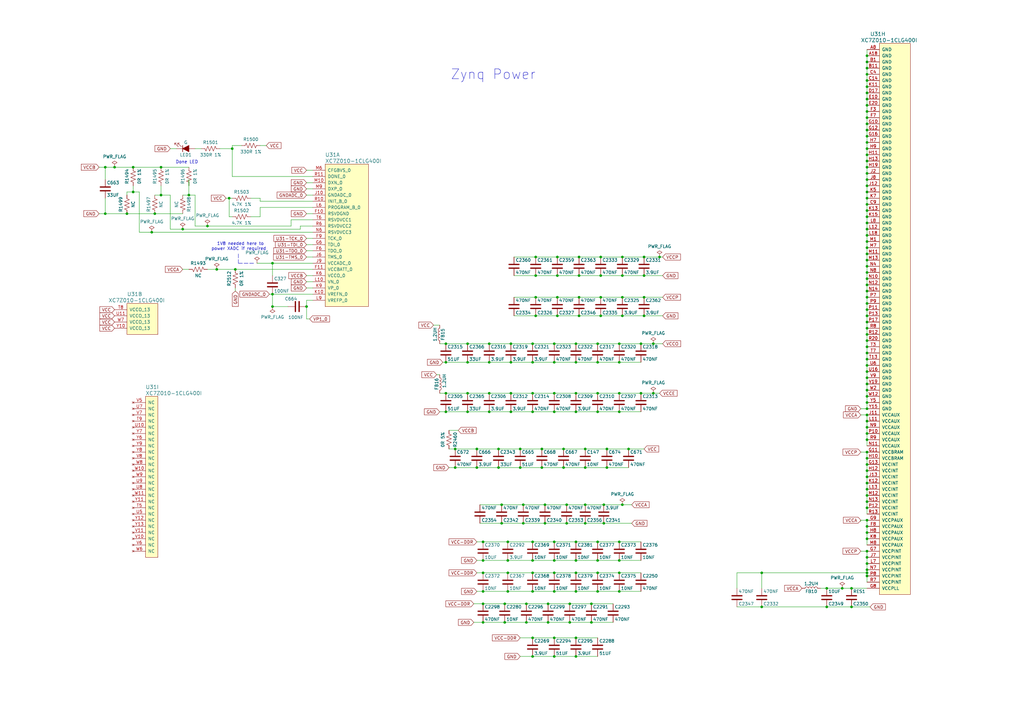
<source format=kicad_sch>
(kicad_sch (version 20210126) (generator eeschema)
  (paper "A3")
  (title_block (title "EBAZ4205 Schematic rebuild.") (date "2021-02-15") (rev "V004") (comment 1 "Some schematic symbols have been eeditted to clear DRC errors") (comment 2 "Extra PWR_FLAGS have been added to clear DRC errors") (comment 3 "Kicad does not allow refs like RxxxA some some devices have been renumbered"))
  (junction (at 43.18 68.58) (diameter 0.9144))
  (junction (at 43.18 87.63) (diameter 0.9144))
  (junction (at 46.99 68.58) (diameter 0.9144))
  (junction (at 52.07 87.63) (diameter 0.9144))
  (junction (at 54.61 68.58) (diameter 0.9144))
  (junction (at 54.61 78.74) (diameter 0.9144))
  (junction (at 62.23 95.25) (diameter 0.9144))
  (junction (at 63.5 87.63) (diameter 0.9144))
  (junction (at 66.04 68.58) (diameter 0.9144))
  (junction (at 66.04 80.01) (diameter 0.9144))
  (junction (at 74.93 93.98) (diameter 0.9144))
  (junction (at 77.47 80.01) (diameter 0.9144))
  (junction (at 85.09 92.71) (diameter 0.9144))
  (junction (at 88.9 110.49) (diameter 0.9144))
  (junction (at 93.98 81.28) (diameter 0.9144))
  (junction (at 95.25 60.96) (diameter 0.9144))
  (junction (at 96.52 110.49) (diameter 0.9144))
  (junction (at 111.76 107.95) (diameter 0.9144))
  (junction (at 111.76 120.65) (diameter 0.9144))
  (junction (at 111.76 125.73) (diameter 0.9144))
  (junction (at 125.73 125.73) (diameter 0.9144))
  (junction (at 182.88 140.97) (diameter 0.9144))
  (junction (at 182.88 148.59) (diameter 0.9144))
  (junction (at 182.88 161.29) (diameter 0.9144))
  (junction (at 182.88 168.91) (diameter 0.9144))
  (junction (at 186.69 184.15) (diameter 0.9144))
  (junction (at 186.69 191.77) (diameter 0.9144))
  (junction (at 191.77 140.97) (diameter 0.9144))
  (junction (at 191.77 148.59) (diameter 0.9144))
  (junction (at 191.77 161.29) (diameter 0.9144))
  (junction (at 191.77 168.91) (diameter 0.9144))
  (junction (at 195.58 184.15) (diameter 0.9144))
  (junction (at 195.58 191.77) (diameter 0.9144))
  (junction (at 198.12 222.25) (diameter 0.9144))
  (junction (at 198.12 229.87) (diameter 0.9144))
  (junction (at 198.12 234.95) (diameter 0.9144))
  (junction (at 198.12 242.57) (diameter 0.9144))
  (junction (at 198.12 247.65) (diameter 0.9144))
  (junction (at 198.12 255.27) (diameter 0.9144))
  (junction (at 200.66 140.97) (diameter 0.9144))
  (junction (at 200.66 148.59) (diameter 0.9144))
  (junction (at 200.66 161.29) (diameter 0.9144))
  (junction (at 200.66 168.91) (diameter 0.9144))
  (junction (at 204.47 184.15) (diameter 0.9144))
  (junction (at 204.47 191.77) (diameter 0.9144))
  (junction (at 205.74 207.01) (diameter 0.9144))
  (junction (at 205.74 214.63) (diameter 0.9144))
  (junction (at 207.01 247.65) (diameter 0.9144))
  (junction (at 207.01 255.27) (diameter 0.9144))
  (junction (at 208.28 222.25) (diameter 0.9144))
  (junction (at 208.28 229.87) (diameter 0.9144))
  (junction (at 208.28 234.95) (diameter 0.9144))
  (junction (at 208.28 242.57) (diameter 0.9144))
  (junction (at 209.55 140.97) (diameter 0.9144))
  (junction (at 209.55 148.59) (diameter 0.9144))
  (junction (at 209.55 161.29) (diameter 0.9144))
  (junction (at 209.55 168.91) (diameter 0.9144))
  (junction (at 213.36 184.15) (diameter 0.9144))
  (junction (at 213.36 191.77) (diameter 0.9144))
  (junction (at 214.63 207.01) (diameter 0.9144))
  (junction (at 214.63 214.63) (diameter 0.9144))
  (junction (at 215.9 247.65) (diameter 0.9144))
  (junction (at 215.9 255.27) (diameter 0.9144))
  (junction (at 218.44 140.97) (diameter 0.9144))
  (junction (at 218.44 148.59) (diameter 0.9144))
  (junction (at 218.44 161.29) (diameter 0.9144))
  (junction (at 218.44 168.91) (diameter 0.9144))
  (junction (at 218.44 222.25) (diameter 0.9144))
  (junction (at 218.44 229.87) (diameter 0.9144))
  (junction (at 218.44 234.95) (diameter 0.9144))
  (junction (at 218.44 242.57) (diameter 0.9144))
  (junction (at 218.44 261.62) (diameter 0.9144))
  (junction (at 218.44 269.24) (diameter 0.9144))
  (junction (at 219.71 105.41) (diameter 0.9144))
  (junction (at 219.71 113.03) (diameter 0.9144))
  (junction (at 219.71 121.92) (diameter 0.9144))
  (junction (at 219.71 129.54) (diameter 0.9144))
  (junction (at 222.25 184.15) (diameter 0.9144))
  (junction (at 222.25 191.77) (diameter 0.9144))
  (junction (at 223.52 207.01) (diameter 0.9144))
  (junction (at 223.52 214.63) (diameter 0.9144))
  (junction (at 224.79 247.65) (diameter 0.9144))
  (junction (at 224.79 255.27) (diameter 0.9144))
  (junction (at 227.33 140.97) (diameter 0.9144))
  (junction (at 227.33 148.59) (diameter 0.9144))
  (junction (at 227.33 161.29) (diameter 0.9144))
  (junction (at 227.33 168.91) (diameter 0.9144))
  (junction (at 227.33 222.25) (diameter 0.9144))
  (junction (at 227.33 229.87) (diameter 0.9144))
  (junction (at 227.33 234.95) (diameter 0.9144))
  (junction (at 227.33 242.57) (diameter 0.9144))
  (junction (at 227.33 261.62) (diameter 0.9144))
  (junction (at 227.33 269.24) (diameter 0.9144))
  (junction (at 228.6 105.41) (diameter 0.9144))
  (junction (at 228.6 113.03) (diameter 0.9144))
  (junction (at 228.6 121.92) (diameter 0.9144))
  (junction (at 228.6 129.54) (diameter 0.9144))
  (junction (at 231.14 184.15) (diameter 0.9144))
  (junction (at 231.14 191.77) (diameter 0.9144))
  (junction (at 232.41 207.01) (diameter 0.9144))
  (junction (at 232.41 214.63) (diameter 0.9144))
  (junction (at 233.68 247.65) (diameter 0.9144))
  (junction (at 233.68 255.27) (diameter 0.9144))
  (junction (at 236.22 140.97) (diameter 0.9144))
  (junction (at 236.22 148.59) (diameter 0.9144))
  (junction (at 236.22 161.29) (diameter 0.9144))
  (junction (at 236.22 168.91) (diameter 0.9144))
  (junction (at 236.22 222.25) (diameter 0.9144))
  (junction (at 236.22 229.87) (diameter 0.9144))
  (junction (at 236.22 234.95) (diameter 0.9144))
  (junction (at 236.22 242.57) (diameter 0.9144))
  (junction (at 236.22 261.62) (diameter 0.9144))
  (junction (at 236.22 269.24) (diameter 0.9144))
  (junction (at 237.49 105.41) (diameter 0.9144))
  (junction (at 237.49 113.03) (diameter 0.9144))
  (junction (at 237.49 121.92) (diameter 0.9144))
  (junction (at 237.49 129.54) (diameter 0.9144))
  (junction (at 240.03 184.15) (diameter 0.9144))
  (junction (at 240.03 191.77) (diameter 0.9144))
  (junction (at 240.03 207.01) (diameter 0.9144))
  (junction (at 240.03 214.63) (diameter 0.9144))
  (junction (at 242.57 247.65) (diameter 0.9144))
  (junction (at 242.57 255.27) (diameter 0.9144))
  (junction (at 245.11 140.97) (diameter 0.9144))
  (junction (at 245.11 148.59) (diameter 0.9144))
  (junction (at 245.11 161.29) (diameter 0.9144))
  (junction (at 245.11 168.91) (diameter 0.9144))
  (junction (at 245.11 222.25) (diameter 0.9144))
  (junction (at 245.11 229.87) (diameter 0.9144))
  (junction (at 245.11 234.95) (diameter 0.9144))
  (junction (at 245.11 242.57) (diameter 0.9144))
  (junction (at 246.38 105.41) (diameter 0.9144))
  (junction (at 246.38 113.03) (diameter 0.9144))
  (junction (at 246.38 121.92) (diameter 0.9144))
  (junction (at 246.38 129.54) (diameter 0.9144))
  (junction (at 247.65 207.01) (diameter 0.9144))
  (junction (at 247.65 214.63) (diameter 0.9144))
  (junction (at 248.92 184.15) (diameter 0.9144))
  (junction (at 248.92 191.77) (diameter 0.9144))
  (junction (at 254 140.97) (diameter 0.9144))
  (junction (at 254 148.59) (diameter 0.9144))
  (junction (at 254 161.29) (diameter 0.9144))
  (junction (at 254 168.91) (diameter 0.9144))
  (junction (at 254 222.25) (diameter 0.9144))
  (junction (at 254 229.87) (diameter 0.9144))
  (junction (at 254 234.95) (diameter 0.9144))
  (junction (at 254 242.57) (diameter 0.9144))
  (junction (at 255.27 105.41) (diameter 0.9144))
  (junction (at 255.27 113.03) (diameter 0.9144))
  (junction (at 255.27 121.92) (diameter 0.9144))
  (junction (at 255.27 129.54) (diameter 0.9144))
  (junction (at 255.27 207.01) (diameter 0.9144))
  (junction (at 257.81 184.15) (diameter 0.9144))
  (junction (at 262.89 140.97) (diameter 0.9144))
  (junction (at 262.89 161.29) (diameter 0.9144))
  (junction (at 264.16 105.41) (diameter 0.9144))
  (junction (at 264.16 113.03) (diameter 0.9144))
  (junction (at 264.16 121.92) (diameter 0.9144))
  (junction (at 264.16 129.54) (diameter 0.9144))
  (junction (at 267.97 140.97) (diameter 0.9144))
  (junction (at 267.97 161.29) (diameter 0.9144))
  (junction (at 270.51 105.41) (diameter 0.9144))
  (junction (at 312.42 234.95) (diameter 0.9144))
  (junction (at 312.42 248.92) (diameter 0.9144))
  (junction (at 339.09 241.3) (diameter 0.9144))
  (junction (at 339.09 248.92) (diameter 0.9144))
  (junction (at 345.44 241.3) (diameter 0.9144))
  (junction (at 349.25 241.3) (diameter 0.9144))
  (junction (at 349.25 248.92) (diameter 0.9144))
  (junction (at 355.6 22.86) (diameter 0.9144))
  (junction (at 355.6 25.4) (diameter 0.9144))
  (junction (at 355.6 27.94) (diameter 0.9144))
  (junction (at 355.6 30.48) (diameter 0.9144))
  (junction (at 355.6 33.02) (diameter 0.9144))
  (junction (at 355.6 35.56) (diameter 0.9144))
  (junction (at 355.6 38.1) (diameter 0.9144))
  (junction (at 355.6 40.64) (diameter 0.9144))
  (junction (at 355.6 43.18) (diameter 0.9144))
  (junction (at 355.6 45.72) (diameter 0.9144))
  (junction (at 355.6 48.26) (diameter 0.9144))
  (junction (at 355.6 50.8) (diameter 0.9144))
  (junction (at 355.6 53.34) (diameter 0.9144))
  (junction (at 355.6 55.88) (diameter 0.9144))
  (junction (at 355.6 58.42) (diameter 0.9144))
  (junction (at 355.6 60.96) (diameter 0.9144))
  (junction (at 355.6 63.5) (diameter 0.9144))
  (junction (at 355.6 66.04) (diameter 0.9144))
  (junction (at 355.6 68.58) (diameter 0.9144))
  (junction (at 355.6 71.12) (diameter 0.9144))
  (junction (at 355.6 73.66) (diameter 0.9144))
  (junction (at 355.6 76.2) (diameter 0.9144))
  (junction (at 355.6 78.74) (diameter 0.9144))
  (junction (at 355.6 81.28) (diameter 0.9144))
  (junction (at 355.6 83.82) (diameter 0.9144))
  (junction (at 355.6 86.36) (diameter 0.9144))
  (junction (at 355.6 88.9) (diameter 0.9144))
  (junction (at 355.6 91.44) (diameter 0.9144))
  (junction (at 355.6 93.98) (diameter 0.9144))
  (junction (at 355.6 96.52) (diameter 0.9144))
  (junction (at 355.6 99.06) (diameter 0.9144))
  (junction (at 355.6 101.6) (diameter 0.9144))
  (junction (at 355.6 104.14) (diameter 0.9144))
  (junction (at 355.6 106.68) (diameter 0.9144))
  (junction (at 355.6 109.22) (diameter 0.9144))
  (junction (at 355.6 111.76) (diameter 0.9144))
  (junction (at 355.6 114.3) (diameter 0.9144))
  (junction (at 355.6 116.84) (diameter 0.9144))
  (junction (at 355.6 119.38) (diameter 0.9144))
  (junction (at 355.6 121.92) (diameter 0.9144))
  (junction (at 355.6 124.46) (diameter 0.9144))
  (junction (at 355.6 127) (diameter 0.9144))
  (junction (at 355.6 129.54) (diameter 0.9144))
  (junction (at 355.6 132.08) (diameter 0.9144))
  (junction (at 355.6 134.62) (diameter 0.9144))
  (junction (at 355.6 137.16) (diameter 0.9144))
  (junction (at 355.6 139.7) (diameter 0.9144))
  (junction (at 355.6 142.24) (diameter 0.9144))
  (junction (at 355.6 144.78) (diameter 0.9144))
  (junction (at 355.6 147.32) (diameter 0.9144))
  (junction (at 355.6 149.86) (diameter 0.9144))
  (junction (at 355.6 152.4) (diameter 0.9144))
  (junction (at 355.6 154.94) (diameter 0.9144))
  (junction (at 355.6 157.48) (diameter 0.9144))
  (junction (at 355.6 160.02) (diameter 0.9144))
  (junction (at 355.6 162.56) (diameter 0.9144))
  (junction (at 355.6 165.1) (diameter 0.9144))
  (junction (at 355.6 167.64) (diameter 0.9144))
  (junction (at 355.6 170.18) (diameter 0.9144))
  (junction (at 355.6 172.72) (diameter 0.9144))
  (junction (at 355.6 175.26) (diameter 0.9144))
  (junction (at 355.6 177.8) (diameter 0.9144))
  (junction (at 355.6 180.34) (diameter 0.9144))
  (junction (at 355.6 185.42) (diameter 0.9144))
  (junction (at 355.6 187.96) (diameter 0.9144))
  (junction (at 355.6 190.5) (diameter 0.9144))
  (junction (at 355.6 193.04) (diameter 0.9144))
  (junction (at 355.6 195.58) (diameter 0.9144))
  (junction (at 355.6 198.12) (diameter 0.9144))
  (junction (at 355.6 200.66) (diameter 0.9144))
  (junction (at 355.6 203.2) (diameter 0.9144))
  (junction (at 355.6 205.74) (diameter 0.9144))
  (junction (at 355.6 208.28) (diameter 0.9144))
  (junction (at 355.6 213.36) (diameter 0.9144))
  (junction (at 355.6 215.9) (diameter 0.9144))
  (junction (at 355.6 218.44) (diameter 0.9144))
  (junction (at 355.6 220.98) (diameter 0.9144))
  (junction (at 355.6 226.06) (diameter 0.9144))
  (junction (at 355.6 228.6) (diameter 0.9144))
  (junction (at 355.6 231.14) (diameter 0.9144))
  (junction (at 355.6 233.68) (diameter 0.9144))
  (junction (at 355.6 234.95) (diameter 0.9144))
  (junction (at 355.6 236.22) (diameter 0.9144))
  (wire (pts (xy 40.64 68.58) (xy 43.18 68.58)))
  (wire (pts (xy 40.64 87.63) (xy 43.18 87.63)))
  (wire (pts (xy 43.18 68.58) (xy 43.18 73.66)))
  (wire (pts (xy 43.18 68.58) (xy 46.99 68.58)))
  (wire (pts (xy 43.18 81.28) (xy 43.18 87.63)))
  (wire (pts (xy 43.18 87.63) (xy 52.07 87.63)))
  (wire (pts (xy 46.99 68.58) (xy 54.61 68.58)))
  (wire (pts (xy 52.07 78.74) (xy 52.07 80.01)))
  (wire (pts (xy 52.07 78.74) (xy 54.61 78.74)))
  (wire (pts (xy 54.61 68.58) (xy 66.04 68.58)))
  (wire (pts (xy 54.61 76.2) (xy 54.61 78.74)))
  (wire (pts (xy 54.61 78.74) (xy 57.15 78.74)))
  (wire (pts (xy 57.15 95.25) (xy 57.15 78.74)))
  (wire (pts (xy 57.15 95.25) (xy 62.23 95.25)))
  (wire (pts (xy 62.23 95.25) (xy 128.27 95.25)))
  (wire (pts (xy 63.5 80.01) (xy 66.04 80.01)))
  (wire (pts (xy 63.5 87.63) (xy 52.07 87.63)))
  (wire (pts (xy 63.5 87.63) (xy 74.96 87.63)))
  (wire (pts (xy 66.04 68.58) (xy 77.5 68.58)))
  (wire (pts (xy 66.04 76.2) (xy 66.04 80.01)))
  (wire (pts (xy 66.04 80.01) (xy 69.85 80.01)))
  (wire (pts (xy 69.85 60.96) (xy 72.39 60.96)))
  (wire (pts (xy 69.85 93.98) (xy 69.85 80.01)))
  (wire (pts (xy 74.93 93.98) (xy 69.85 93.98)))
  (wire (pts (xy 74.93 110.49) (xy 77.47 110.49)))
  (wire (pts (xy 77.47 73.66) (xy 77.5 76.2)))
  (wire (pts (xy 77.47 80.01) (xy 74.96 80.01)))
  (wire (pts (xy 77.47 80.01) (xy 77.47 73.66)))
  (wire (pts (xy 80.01 60.96) (xy 82.55 60.96)))
  (wire (pts (xy 80.01 80.01) (xy 77.47 80.01)))
  (wire (pts (xy 80.01 92.71) (xy 80.01 80.01)))
  (wire (pts (xy 85.09 92.71) (xy 80.01 92.71)))
  (wire (pts (xy 88.9 110.49) (xy 85.09 110.49)))
  (wire (pts (xy 90.17 60.96) (xy 95.25 60.96)))
  (wire (pts (xy 92.71 81.28) (xy 93.98 81.28)))
  (wire (pts (xy 93.98 81.28) (xy 93.98 88.9)))
  (wire (pts (xy 93.98 81.28) (xy 95.25 81.28)))
  (wire (pts (xy 93.98 88.9) (xy 95.25 88.9)))
  (wire (pts (xy 95.25 59.69) (xy 95.25 60.96)))
  (wire (pts (xy 95.25 59.69) (xy 99.06 59.69)))
  (wire (pts (xy 95.25 60.96) (xy 95.25 72.39)))
  (wire (pts (xy 95.25 72.39) (xy 128.27 72.39)))
  (wire (pts (xy 96.52 110.49) (xy 88.9 110.49)))
  (wire (pts (xy 96.52 110.49) (xy 128.27 110.49)))
  (wire (pts (xy 96.52 118.11) (xy 96.52 119.38)))
  (wire (pts (xy 102.87 81.28) (xy 106.68 81.28)))
  (wire (pts (xy 102.87 88.9) (xy 106.68 88.9)))
  (wire (pts (xy 105.41 107.95) (xy 111.76 107.95)))
  (wire (pts (xy 106.68 59.69) (xy 109.22 59.69)))
  (wire (pts (xy 106.68 82.55) (xy 106.68 81.28)))
  (wire (pts (xy 106.68 82.55) (xy 128.27 82.55)))
  (wire (pts (xy 106.68 85.09) (xy 106.68 88.9)))
  (wire (pts (xy 106.68 85.09) (xy 128.27 85.09)))
  (wire (pts (xy 110.49 120.65) (xy 111.76 120.65)))
  (wire (pts (xy 111.76 107.95) (xy 128.27 107.95)))
  (wire (pts (xy 111.76 113.03) (xy 111.76 107.95)))
  (wire (pts (xy 111.76 120.65) (xy 128.27 120.65)))
  (wire (pts (xy 111.76 125.73) (xy 111.76 120.65)))
  (wire (pts (xy 111.76 125.73) (xy 118.11 125.73)))
  (wire (pts (xy 119.38 90.17) (xy 119.38 92.71)))
  (wire (pts (xy 119.38 90.17) (xy 128.27 90.17)))
  (wire (pts (xy 119.38 92.71) (xy 85.09 92.71)))
  (wire (pts (xy 123.19 92.71) (xy 123.19 93.98)))
  (wire (pts (xy 123.19 92.71) (xy 128.27 92.71)))
  (wire (pts (xy 123.19 93.98) (xy 74.93 93.98)))
  (wire (pts (xy 125.73 69.85) (xy 128.27 69.85)))
  (wire (pts (xy 125.73 74.93) (xy 128.27 74.93)))
  (wire (pts (xy 125.73 77.47) (xy 128.27 77.47)))
  (wire (pts (xy 125.73 80.01) (xy 128.27 80.01)))
  (wire (pts (xy 125.73 87.63) (xy 128.27 87.63)))
  (wire (pts (xy 125.73 97.79) (xy 128.27 97.79)))
  (wire (pts (xy 125.73 100.33) (xy 128.27 100.33)))
  (wire (pts (xy 125.73 102.87) (xy 128.27 102.87)))
  (wire (pts (xy 125.73 105.41) (xy 128.27 105.41)))
  (wire (pts (xy 125.73 113.03) (xy 128.27 113.03)))
  (wire (pts (xy 125.73 115.57) (xy 128.27 115.57)))
  (wire (pts (xy 125.73 118.11) (xy 128.27 118.11)))
  (wire (pts (xy 125.73 123.19) (xy 125.73 125.73)))
  (wire (pts (xy 125.73 123.19) (xy 128.27 123.19)))
  (wire (pts (xy 125.73 125.73) (xy 125.73 130.81)))
  (wire (pts (xy 127 130.81) (xy 125.73 130.81)))
  (wire (pts (xy 177.8 133.35) (xy 180.34 133.35)))
  (wire (pts (xy 179.07 153.67) (xy 180.34 153.67)))
  (wire (pts (xy 180.34 140.97) (xy 182.88 140.97)))
  (wire (pts (xy 180.34 161.29) (xy 182.88 161.29)))
  (wire (pts (xy 180.34 168.91) (xy 182.88 168.91)))
  (wire (pts (xy 181.61 148.59) (xy 182.88 148.59)))
  (wire (pts (xy 182.88 148.59) (xy 191.77 148.59)))
  (wire (pts (xy 182.88 168.91) (xy 191.77 168.91)))
  (wire (pts (xy 184.15 184.15) (xy 186.69 184.15)))
  (wire (pts (xy 184.15 191.77) (xy 186.69 191.77)))
  (wire (pts (xy 186.69 184.15) (xy 195.58 184.15)))
  (wire (pts (xy 187.96 176.53) (xy 184.15 176.53)))
  (wire (pts (xy 191.77 140.97) (xy 182.88 140.97)))
  (wire (pts (xy 191.77 161.29) (xy 182.88 161.29)))
  (wire (pts (xy 191.77 168.91) (xy 200.66 168.91)))
  (wire (pts (xy 194.31 247.65) (xy 198.12 247.65)))
  (wire (pts (xy 194.31 255.27) (xy 198.12 255.27)))
  (wire (pts (xy 195.58 184.15) (xy 204.47 184.15)))
  (wire (pts (xy 195.58 191.77) (xy 186.69 191.77)))
  (wire (pts (xy 195.58 191.77) (xy 204.47 191.77)))
  (wire (pts (xy 195.58 222.25) (xy 198.12 222.25)))
  (wire (pts (xy 195.58 229.87) (xy 198.12 229.87)))
  (wire (pts (xy 195.58 234.95) (xy 198.12 234.95)))
  (wire (pts (xy 195.58 242.57) (xy 198.12 242.57)))
  (wire (pts (xy 196.85 207.01) (xy 205.74 207.01)))
  (wire (pts (xy 196.85 214.63) (xy 205.74 214.63)))
  (wire (pts (xy 198.12 255.27) (xy 207.01 255.27)))
  (wire (pts (xy 200.66 140.97) (xy 191.77 140.97)))
  (wire (pts (xy 200.66 140.97) (xy 209.55 140.97)))
  (wire (pts (xy 200.66 148.59) (xy 191.77 148.59)))
  (wire (pts (xy 200.66 161.29) (xy 191.77 161.29)))
  (wire (pts (xy 204.47 184.15) (xy 213.36 184.15)))
  (wire (pts (xy 204.47 191.77) (xy 213.36 191.77)))
  (wire (pts (xy 205.74 214.63) (xy 214.63 214.63)))
  (wire (pts (xy 207.01 247.65) (xy 198.12 247.65)))
  (wire (pts (xy 208.28 222.25) (xy 198.12 222.25)))
  (wire (pts (xy 208.28 229.87) (xy 198.12 229.87)))
  (wire (pts (xy 208.28 234.95) (xy 198.12 234.95)))
  (wire (pts (xy 208.28 242.57) (xy 198.12 242.57)))
  (wire (pts (xy 208.28 242.57) (xy 218.44 242.57)))
  (wire (pts (xy 209.55 148.59) (xy 200.66 148.59)))
  (wire (pts (xy 209.55 161.29) (xy 200.66 161.29)))
  (wire (pts (xy 209.55 168.91) (xy 200.66 168.91)))
  (wire (pts (xy 210.82 105.41) (xy 219.71 105.41)))
  (wire (pts (xy 210.82 113.03) (xy 219.71 113.03)))
  (wire (pts (xy 210.82 121.92) (xy 219.71 121.92)))
  (wire (pts (xy 210.82 129.54) (xy 219.71 129.54)))
  (wire (pts (xy 213.36 261.62) (xy 218.44 261.62)))
  (wire (pts (xy 213.36 269.24) (xy 218.44 269.24)))
  (wire (pts (xy 214.63 207.01) (xy 205.74 207.01)))
  (wire (pts (xy 215.9 247.65) (xy 207.01 247.65)))
  (wire (pts (xy 215.9 255.27) (xy 207.01 255.27)))
  (wire (pts (xy 218.44 140.97) (xy 209.55 140.97)))
  (wire (pts (xy 218.44 148.59) (xy 209.55 148.59)))
  (wire (pts (xy 218.44 161.29) (xy 209.55 161.29)))
  (wire (pts (xy 218.44 168.91) (xy 209.55 168.91)))
  (wire (pts (xy 218.44 222.25) (xy 208.28 222.25)))
  (wire (pts (xy 218.44 229.87) (xy 208.28 229.87)))
  (wire (pts (xy 218.44 229.87) (xy 227.33 229.87)))
  (wire (pts (xy 218.44 234.95) (xy 208.28 234.95)))
  (wire (pts (xy 218.44 269.24) (xy 227.33 269.24)))
  (wire (pts (xy 222.25 184.15) (xy 213.36 184.15)))
  (wire (pts (xy 222.25 191.77) (xy 213.36 191.77)))
  (wire (pts (xy 223.52 207.01) (xy 214.63 207.01)))
  (wire (pts (xy 223.52 214.63) (xy 214.63 214.63)))
  (wire (pts (xy 223.52 214.63) (xy 232.41 214.63)))
  (wire (pts (xy 224.79 247.65) (xy 215.9 247.65)))
  (wire (pts (xy 224.79 255.27) (xy 215.9 255.27)))
  (wire (pts (xy 227.33 140.97) (xy 218.44 140.97)))
  (wire (pts (xy 227.33 140.97) (xy 236.22 140.97)))
  (wire (pts (xy 227.33 148.59) (xy 218.44 148.59)))
  (wire (pts (xy 227.33 148.59) (xy 236.22 148.59)))
  (wire (pts (xy 227.33 161.29) (xy 218.44 161.29)))
  (wire (pts (xy 227.33 168.91) (xy 218.44 168.91)))
  (wire (pts (xy 227.33 168.91) (xy 236.22 168.91)))
  (wire (pts (xy 227.33 222.25) (xy 218.44 222.25)))
  (wire (pts (xy 227.33 234.95) (xy 218.44 234.95)))
  (wire (pts (xy 227.33 242.57) (xy 218.44 242.57)))
  (wire (pts (xy 227.33 242.57) (xy 236.22 242.57)))
  (wire (pts (xy 227.33 261.62) (xy 218.44 261.62)))
  (wire (pts (xy 227.33 269.24) (xy 236.22 269.24)))
  (wire (pts (xy 228.6 105.41) (xy 219.71 105.41)))
  (wire (pts (xy 228.6 113.03) (xy 219.71 113.03)))
  (wire (pts (xy 228.6 121.92) (xy 219.71 121.92)))
  (wire (pts (xy 228.6 129.54) (xy 219.71 129.54)))
  (wire (pts (xy 228.6 129.54) (xy 237.49 129.54)))
  (wire (pts (xy 231.14 184.15) (xy 222.25 184.15)))
  (wire (pts (xy 231.14 184.15) (xy 240.03 184.15)))
  (wire (pts (xy 231.14 191.77) (xy 222.25 191.77)))
  (wire (pts (xy 232.41 207.01) (xy 223.52 207.01)))
  (wire (pts (xy 233.68 247.65) (xy 224.79 247.65)))
  (wire (pts (xy 233.68 255.27) (xy 224.79 255.27)))
  (wire (pts (xy 236.22 140.97) (xy 245.11 140.97)))
  (wire (pts (xy 236.22 148.59) (xy 245.11 148.59)))
  (wire (pts (xy 236.22 161.29) (xy 227.33 161.29)))
  (wire (pts (xy 236.22 168.91) (xy 245.11 168.91)))
  (wire (pts (xy 236.22 222.25) (xy 227.33 222.25)))
  (wire (pts (xy 236.22 229.87) (xy 227.33 229.87)))
  (wire (pts (xy 236.22 234.95) (xy 227.33 234.95)))
  (wire (pts (xy 236.22 242.57) (xy 245.11 242.57)))
  (wire (pts (xy 236.22 261.62) (xy 227.33 261.62)))
  (wire (pts (xy 236.22 261.62) (xy 245.11 261.62)))
  (wire (pts (xy 236.22 269.24) (xy 245.11 269.24)))
  (wire (pts (xy 237.49 105.41) (xy 228.6 105.41)))
  (wire (pts (xy 237.49 113.03) (xy 228.6 113.03)))
  (wire (pts (xy 237.49 121.92) (xy 228.6 121.92)))
  (wire (pts (xy 240.03 191.77) (xy 231.14 191.77)))
  (wire (pts (xy 240.03 207.01) (xy 232.41 207.01)))
  (wire (pts (xy 240.03 214.63) (xy 232.41 214.63)))
  (wire (pts (xy 242.57 247.65) (xy 233.68 247.65)))
  (wire (pts (xy 242.57 247.65) (xy 251.46 247.65)))
  (wire (pts (xy 242.57 255.27) (xy 233.68 255.27)))
  (wire (pts (xy 242.57 255.27) (xy 251.46 255.27)))
  (wire (pts (xy 245.11 161.29) (xy 236.22 161.29)))
  (wire (pts (xy 245.11 161.29) (xy 254 161.29)))
  (wire (pts (xy 245.11 168.91) (xy 254 168.91)))
  (wire (pts (xy 245.11 222.25) (xy 236.22 222.25)))
  (wire (pts (xy 245.11 229.87) (xy 236.22 229.87)))
  (wire (pts (xy 245.11 229.87) (xy 254 229.87)))
  (wire (pts (xy 245.11 234.95) (xy 236.22 234.95)))
  (wire (pts (xy 246.38 105.41) (xy 237.49 105.41)))
  (wire (pts (xy 246.38 113.03) (xy 237.49 113.03)))
  (wire (pts (xy 246.38 113.03) (xy 255.27 113.03)))
  (wire (pts (xy 246.38 121.92) (xy 237.49 121.92)))
  (wire (pts (xy 246.38 129.54) (xy 237.49 129.54)))
  (wire (pts (xy 247.65 207.01) (xy 240.03 207.01)))
  (wire (pts (xy 247.65 207.01) (xy 255.27 207.01)))
  (wire (pts (xy 247.65 214.63) (xy 240.03 214.63)))
  (wire (pts (xy 247.65 214.63) (xy 259.08 214.63)))
  (wire (pts (xy 248.92 184.15) (xy 240.03 184.15)))
  (wire (pts (xy 248.92 184.15) (xy 257.81 184.15)))
  (wire (pts (xy 248.92 191.77) (xy 240.03 191.77)))
  (wire (pts (xy 248.92 191.77) (xy 257.81 191.77)))
  (wire (pts (xy 254 140.97) (xy 245.11 140.97)))
  (wire (pts (xy 254 148.59) (xy 245.11 148.59)))
  (wire (pts (xy 254 148.59) (xy 262.89 148.59)))
  (wire (pts (xy 254 168.91) (xy 262.89 168.91)))
  (wire (pts (xy 254 222.25) (xy 245.11 222.25)))
  (wire (pts (xy 254 222.25) (xy 262.89 222.25)))
  (wire (pts (xy 254 229.87) (xy 262.89 229.87)))
  (wire (pts (xy 254 234.95) (xy 245.11 234.95)))
  (wire (pts (xy 254 234.95) (xy 262.89 234.95)))
  (wire (pts (xy 254 242.57) (xy 245.11 242.57)))
  (wire (pts (xy 254 242.57) (xy 262.89 242.57)))
  (wire (pts (xy 255.27 105.41) (xy 246.38 105.41)))
  (wire (pts (xy 255.27 105.41) (xy 264.16 105.41)))
  (wire (pts (xy 255.27 121.92) (xy 246.38 121.92)))
  (wire (pts (xy 255.27 129.54) (xy 246.38 129.54)))
  (wire (pts (xy 255.27 129.54) (xy 264.16 129.54)))
  (wire (pts (xy 255.27 207.01) (xy 259.08 207.01)))
  (wire (pts (xy 257.81 184.15) (xy 264.16 184.15)))
  (wire (pts (xy 262.89 140.97) (xy 254 140.97)))
  (wire (pts (xy 262.89 140.97) (xy 267.97 140.97)))
  (wire (pts (xy 262.89 161.29) (xy 254 161.29)))
  (wire (pts (xy 262.89 161.29) (xy 267.97 161.29)))
  (wire (pts (xy 264.16 105.41) (xy 270.51 105.41)))
  (wire (pts (xy 264.16 113.03) (xy 255.27 113.03)))
  (wire (pts (xy 264.16 113.03) (xy 271.78 113.03)))
  (wire (pts (xy 264.16 121.92) (xy 255.27 121.92)))
  (wire (pts (xy 264.16 121.92) (xy 271.78 121.92)))
  (wire (pts (xy 264.16 129.54) (xy 271.78 129.54)))
  (wire (pts (xy 267.97 140.97) (xy 271.78 140.97)))
  (wire (pts (xy 267.97 161.29) (xy 270.51 161.29)))
  (wire (pts (xy 270.51 105.41) (xy 271.78 105.41)))
  (wire (pts (xy 302.26 234.95) (xy 312.42 234.95)))
  (wire (pts (xy 302.26 241.3) (xy 302.26 234.95)))
  (wire (pts (xy 302.26 248.92) (xy 312.42 248.92)))
  (wire (pts (xy 312.42 234.95) (xy 355.6 234.95)))
  (wire (pts (xy 312.42 241.3) (xy 312.42 234.95)))
  (wire (pts (xy 336.55 241.3) (xy 339.09 241.3)))
  (wire (pts (xy 339.09 248.92) (xy 312.42 248.92)))
  (wire (pts (xy 339.09 248.92) (xy 349.25 248.92)))
  (wire (pts (xy 345.44 241.3) (xy 339.09 241.3)))
  (wire (pts (xy 345.44 241.3) (xy 349.25 241.3)))
  (wire (pts (xy 349.25 241.3) (xy 355.6 241.3)))
  (wire (pts (xy 349.25 248.92) (xy 356.87 248.92)))
  (wire (pts (xy 353.06 167.64) (xy 355.6 167.64)))
  (wire (pts (xy 353.06 170.18) (xy 355.6 170.18)))
  (wire (pts (xy 353.06 185.42) (xy 355.6 185.42)))
  (wire (pts (xy 353.06 213.36) (xy 355.6 213.36)))
  (wire (pts (xy 353.06 213.98) (xy 353.06 213.36)))
  (wire (pts (xy 353.06 226.06) (xy 355.6 226.06)))
  (wire (pts (xy 355.6 20.32) (xy 355.6 22.86)))
  (wire (pts (xy 355.6 25.4) (xy 355.6 22.86)))
  (wire (pts (xy 355.6 27.94) (xy 355.6 25.4)))
  (wire (pts (xy 355.6 30.48) (xy 355.6 27.94)))
  (wire (pts (xy 355.6 33.02) (xy 355.6 30.48)))
  (wire (pts (xy 355.6 33.02) (xy 355.6 35.56)))
  (wire (pts (xy 355.6 35.56) (xy 355.6 38.1)))
  (wire (pts (xy 355.6 38.1) (xy 355.6 40.64)))
  (wire (pts (xy 355.6 40.64) (xy 355.6 43.18)))
  (wire (pts (xy 355.6 43.18) (xy 355.6 45.72)))
  (wire (pts (xy 355.6 48.26) (xy 355.6 45.72)))
  (wire (pts (xy 355.6 48.26) (xy 355.6 50.8)))
  (wire (pts (xy 355.6 50.8) (xy 355.6 53.34)))
  (wire (pts (xy 355.6 53.34) (xy 355.6 55.88)))
  (wire (pts (xy 355.6 55.88) (xy 355.6 58.42)))
  (wire (pts (xy 355.6 60.96) (xy 355.6 58.42)))
  (wire (pts (xy 355.6 60.96) (xy 355.6 63.5)))
  (wire (pts (xy 355.6 66.04) (xy 355.6 63.5)))
  (wire (pts (xy 355.6 68.58) (xy 355.6 66.04)))
  (wire (pts (xy 355.6 68.58) (xy 355.6 71.12)))
  (wire (pts (xy 355.6 73.66) (xy 355.6 71.12)))
  (wire (pts (xy 355.6 73.66) (xy 355.6 76.2)))
  (wire (pts (xy 355.6 76.2) (xy 355.6 78.74)))
  (wire (pts (xy 355.6 78.74) (xy 355.6 81.28)))
  (wire (pts (xy 355.6 81.28) (xy 355.6 83.82)))
  (wire (pts (xy 355.6 83.82) (xy 355.6 86.36)))
  (wire (pts (xy 355.6 86.36) (xy 355.6 88.9)))
  (wire (pts (xy 355.6 88.9) (xy 355.6 91.44)))
  (wire (pts (xy 355.6 93.98) (xy 355.6 91.44)))
  (wire (pts (xy 355.6 93.98) (xy 355.6 96.52)))
  (wire (pts (xy 355.6 96.52) (xy 355.6 99.06)))
  (wire (pts (xy 355.6 99.06) (xy 355.6 101.6)))
  (wire (pts (xy 355.6 101.6) (xy 355.6 104.14)))
  (wire (pts (xy 355.6 104.14) (xy 355.6 106.68)))
  (wire (pts (xy 355.6 106.68) (xy 355.6 109.22)))
  (wire (pts (xy 355.6 109.22) (xy 355.6 111.76)))
  (wire (pts (xy 355.6 111.76) (xy 355.6 114.3)))
  (wire (pts (xy 355.6 114.3) (xy 355.6 116.84)))
  (wire (pts (xy 355.6 116.84) (xy 355.6 119.38)))
  (wire (pts (xy 355.6 119.38) (xy 355.6 121.92)))
  (wire (pts (xy 355.6 121.92) (xy 355.6 124.46)))
  (wire (pts (xy 355.6 124.46) (xy 355.6 127)))
  (wire (pts (xy 355.6 127) (xy 355.6 129.54)))
  (wire (pts (xy 355.6 129.54) (xy 355.6 132.08)))
  (wire (pts (xy 355.6 132.08) (xy 355.6 134.62)))
  (wire (pts (xy 355.6 134.62) (xy 355.6 137.16)))
  (wire (pts (xy 355.6 137.16) (xy 355.6 139.7)))
  (wire (pts (xy 355.6 139.7) (xy 355.6 142.24)))
  (wire (pts (xy 355.6 142.24) (xy 355.6 144.78)))
  (wire (pts (xy 355.6 144.78) (xy 355.6 147.32)))
  (wire (pts (xy 355.6 147.32) (xy 355.6 149.86)))
  (wire (pts (xy 355.6 149.86) (xy 355.6 152.4)))
  (wire (pts (xy 355.6 152.4) (xy 355.6 154.94)))
  (wire (pts (xy 355.6 154.94) (xy 355.6 157.48)))
  (wire (pts (xy 355.6 157.48) (xy 355.6 160.02)))
  (wire (pts (xy 355.6 160.02) (xy 355.6 162.56)))
  (wire (pts (xy 355.6 162.56) (xy 355.6 165.1)))
  (wire (pts (xy 355.6 165.1) (xy 355.6 167.64)))
  (wire (pts (xy 355.6 172.72) (xy 355.6 170.18)))
  (wire (pts (xy 355.6 172.72) (xy 355.6 175.26)))
  (wire (pts (xy 355.6 175.26) (xy 355.6 177.8)))
  (wire (pts (xy 355.6 177.8) (xy 355.6 180.34)))
  (wire (pts (xy 355.6 180.34) (xy 355.6 182.88)))
  (wire (pts (xy 355.6 187.96) (xy 355.6 185.42)))
  (wire (pts (xy 355.6 187.96) (xy 355.6 190.5)))
  (wire (pts (xy 355.6 190.5) (xy 355.6 193.04)))
  (wire (pts (xy 355.6 193.04) (xy 355.6 195.58)))
  (wire (pts (xy 355.6 195.58) (xy 355.6 198.12)))
  (wire (pts (xy 355.6 198.12) (xy 355.6 200.66)))
  (wire (pts (xy 355.6 200.66) (xy 355.6 203.2)))
  (wire (pts (xy 355.6 203.2) (xy 355.6 205.74)))
  (wire (pts (xy 355.6 205.74) (xy 355.6 208.28)))
  (wire (pts (xy 355.6 208.28) (xy 355.6 210.82)))
  (wire (pts (xy 355.6 215.9) (xy 355.6 213.36)))
  (wire (pts (xy 355.6 215.9) (xy 355.6 218.44)))
  (wire (pts (xy 355.6 218.44) (xy 355.6 220.98)))
  (wire (pts (xy 355.6 220.98) (xy 355.6 223.52)))
  (wire (pts (xy 355.6 228.6) (xy 355.6 226.06)))
  (wire (pts (xy 355.6 228.6) (xy 355.6 231.14)))
  (wire (pts (xy 355.6 231.14) (xy 355.6 233.68)))
  (wire (pts (xy 355.6 233.68) (xy 355.6 234.95)))
  (wire (pts (xy 355.6 234.95) (xy 355.6 236.22)))
  (wire (pts (xy 355.6 236.22) (xy 355.6 238.76)))
  (polyline (pts (xy 97.79 104.14) (xy 97.79 107.95)) (stroke (width 0) (type dash)))
  (polyline (pts (xy 97.79 107.95) (xy 104.14 107.95)) (stroke (width 0) (type dash)))
  (text "Done LED" (at 81.28 67.31 180) (effects (font (size 1.27 1.27)) (justify right bottom)))
  (text "1V8 needed here to \npower XADC if required" (at 109.22 102.87 180) (effects (font (size 1.27 1.27)) (justify right bottom)))
  (text "Zynq Power" (at 184.785 33.005 0) (effects (font (size 4 4)) (justify left bottom)))
  (global_label "VCCB" (shape input) (at 40.64 68.58 180) (property "Intersheet References" "${INTERSHEET_REFS}" (effects hide)))
  (global_label "GND" (shape input) (at 40.64 87.63 180) (property "Intersheet References" "${INTERSHEET_REFS}" (effects hide)))
  (global_label "VCC" (shape input) (at 46.99 127 180) (property "Intersheet References" "${INTERSHEET_REFS}" (effects hide)))
  (global_label "VCC" (shape input) (at 46.99 129.54 180) (property "Intersheet References" "${INTERSHEET_REFS}" (effects hide)))
  (global_label "VCC" (shape input) (at 46.99 132.08 180) (property "Intersheet References" "${INTERSHEET_REFS}" (effects hide)))
  (global_label "VCC" (shape input) (at 46.99 134.62 180) (property "Intersheet References" "${INTERSHEET_REFS}" (effects hide)))
  (global_label "GND" (shape input) (at 69.85 60.96 180) (property "Intersheet References" "${INTERSHEET_REFS}" (effects hide)))
  (global_label "VCCA" (shape input) (at 74.93 110.49 180) (property "Intersheet References" "${INTERSHEET_REFS}" (effects hide)))
  (global_label "VCC" (shape input) (at 92.71 81.28 180) (property "Intersheet References" "${INTERSHEET_REFS}" (effects hide)))
  (global_label "GND" (shape input) (at 96.52 119.38 270) (property "Intersheet References" "${INTERSHEET_REFS}" (effects hide)))
  (global_label "VCC" (shape input) (at 109.22 59.69 0) (property "Intersheet References" "${INTERSHEET_REFS}" (effects hide)))
  (global_label "GNDADC_0" (shape input) (at 110.49 120.65 180) (property "Intersheet References" "${INTERSHEET_REFS}" (effects hide)))
  (global_label "VCC" (shape input) (at 125.73 69.85 180) (property "Intersheet References" "${INTERSHEET_REFS}" (effects hide)))
  (global_label "GND" (shape input) (at 125.73 74.93 180) (property "Intersheet References" "${INTERSHEET_REFS}" (effects hide)))
  (global_label "GND" (shape input) (at 125.73 77.47 180) (property "Intersheet References" "${INTERSHEET_REFS}" (effects hide)))
  (global_label "GNDADC_0" (shape input) (at 125.73 80.01 180) (property "Intersheet References" "${INTERSHEET_REFS}" (effects hide)))
  (global_label "GND" (shape input) (at 125.73 87.63 180) (property "Intersheet References" "${INTERSHEET_REFS}" (effects hide)))
  (global_label "U31-TCK_0" (shape input) (at 125.73 97.79 180) (property "Intersheet References" "${INTERSHEET_REFS}" (effects hide)))
  (global_label "U31-TDI_0" (shape input) (at 125.73 100.33 180) (property "Intersheet References" "${INTERSHEET_REFS}" (effects hide)))
  (global_label "U31-TDO_0" (shape input) (at 125.73 102.87 180) (property "Intersheet References" "${INTERSHEET_REFS}" (effects hide)))
  (global_label "U31-TMS_0" (shape input) (at 125.73 105.41 180) (property "Intersheet References" "${INTERSHEET_REFS}" (effects hide)))
  (global_label "VCCB" (shape input) (at 125.73 113.03 180) (property "Intersheet References" "${INTERSHEET_REFS}" (effects hide)))
  (global_label "GND" (shape input) (at 125.73 115.57 180) (property "Intersheet References" "${INTERSHEET_REFS}" (effects hide)))
  (global_label "GND" (shape input) (at 125.73 118.11 180) (property "Intersheet References" "${INTERSHEET_REFS}" (effects hide)))
  (global_label "VP1_0" (shape input) (at 127 130.81 0) (property "Intersheet References" "${INTERSHEET_REFS}" (effects hide)))
  (global_label "VCC" (shape input) (at 177.8 133.35 180) (property "Intersheet References" "${INTERSHEET_REFS}" (effects hide)))
  (global_label "VCC" (shape input) (at 179.07 153.67 180) (property "Intersheet References" "${INTERSHEET_REFS}" (effects hide)))
  (global_label "GND" (shape input) (at 180.34 168.91 180) (property "Intersheet References" "${INTERSHEET_REFS}" (effects hide)))
  (global_label "GND" (shape input) (at 181.61 148.59 180) (property "Intersheet References" "${INTERSHEET_REFS}" (effects hide)))
  (global_label "GND" (shape input) (at 184.15 191.77 180) (property "Intersheet References" "${INTERSHEET_REFS}" (effects hide)))
  (global_label "VCCB" (shape input) (at 187.96 176.53 0) (property "Intersheet References" "${INTERSHEET_REFS}" (effects hide)))
  (global_label "VCC-DDR" (shape input) (at 194.31 247.65 180) (property "Intersheet References" "${INTERSHEET_REFS}" (effects hide)))
  (global_label "GND" (shape input) (at 194.31 255.27 180) (property "Intersheet References" "${INTERSHEET_REFS}" (effects hide)))
  (global_label "VCC-DDR" (shape input) (at 195.58 222.25 180) (property "Intersheet References" "${INTERSHEET_REFS}" (effects hide)))
  (global_label "GND" (shape input) (at 195.58 229.87 180) (property "Intersheet References" "${INTERSHEET_REFS}" (effects hide)))
  (global_label "VCC-DDR" (shape input) (at 195.58 234.95 180) (property "Intersheet References" "${INTERSHEET_REFS}" (effects hide)))
  (global_label "GND" (shape input) (at 195.58 242.57 180) (property "Intersheet References" "${INTERSHEET_REFS}" (effects hide)))
  (global_label "VCC-DDR" (shape input) (at 213.36 261.62 180) (property "Intersheet References" "${INTERSHEET_REFS}" (effects hide)))
  (global_label "GND" (shape input) (at 213.36 269.24 180) (property "Intersheet References" "${INTERSHEET_REFS}" (effects hide)))
  (global_label "VCCA" (shape input) (at 259.08 207.01 0) (property "Intersheet References" "${INTERSHEET_REFS}" (effects hide)))
  (global_label "GND" (shape input) (at 259.08 214.63 0) (property "Intersheet References" "${INTERSHEET_REFS}" (effects hide)))
  (global_label "VCC" (shape input) (at 264.16 184.15 0) (property "Intersheet References" "${INTERSHEET_REFS}" (effects hide)))
  (global_label "VCCE" (shape input) (at 270.51 161.29 0) (property "Intersheet References" "${INTERSHEET_REFS}" (effects hide)))
  (global_label "VCCP" (shape input) (at 271.78 105.41 0) (property "Intersheet References" "${INTERSHEET_REFS}" (effects hide)))
  (global_label "GND" (shape input) (at 271.78 113.03 0) (property "Intersheet References" "${INTERSHEET_REFS}" (effects hide)))
  (global_label "VCCP" (shape input) (at 271.78 121.92 0) (property "Intersheet References" "${INTERSHEET_REFS}" (effects hide)))
  (global_label "GND" (shape input) (at 271.78 129.54 0) (property "Intersheet References" "${INTERSHEET_REFS}" (effects hide)))
  (global_label "VCCO" (shape input) (at 271.78 140.97 0) (property "Intersheet References" "${INTERSHEET_REFS}" (effects hide)))
  (global_label "VCCA" (shape input) (at 328.93 241.3 180) (property "Intersheet References" "${INTERSHEET_REFS}" (effects hide)))
  (global_label "GND" (shape input) (at 353.06 167.64 180) (property "Intersheet References" "${INTERSHEET_REFS}" (effects hide)))
  (global_label "VCCA" (shape input) (at 353.06 170.18 180) (property "Intersheet References" "${INTERSHEET_REFS}" (effects hide)))
  (global_label "VCCP" (shape input) (at 353.06 185.42 180) (property "Intersheet References" "${INTERSHEET_REFS}" (effects hide)))
  (global_label "VCCA" (shape input) (at 353.06 213.36 180) (property "Intersheet References" "${INTERSHEET_REFS}" (effects hide)))
  (global_label "VCCP" (shape input) (at 353.06 226.06 180) (property "Intersheet References" "${INTERSHEET_REFS}" (effects hide)))
  (global_label "GND" (shape input) (at 356.87 248.92 0) (property "Intersheet References" "${INTERSHEET_REFS}" (effects hide)))
  (symbol (lib_id "power:PWR_FLAG") (at 46.99 68.58 0) (unit 1)
    (property "Reference" "#FLG0115" (effects hide))
    (property "Value" "PWR_FLAG" (at 46.99 64.2556 0))
  )
  (symbol (lib_id "power:PWR_FLAG") (at 62.23 95.25 0) (unit 1)
    (property "Reference" "#FLG0111" (effects hide))
    (property "Value" "PWR_FLAG" (at 62.23 90.9256 0))
  )
  (symbol (lib_id "power:PWR_FLAG") (at 74.93 93.98 0) (unit 1)
    (property "Reference" "#FLG0113" (effects hide))
    (property "Value" "PWR_FLAG" (at 74.93 89.6556 0))
  )
  (symbol (lib_id "power:PWR_FLAG") (at 85.09 92.71 0) (unit 1)
    (property "Reference" "#FLG0112" (effects hide))
    (property "Value" "PWR_FLAG" (at 85.09 88.3856 0))
  )
  (symbol (lib_id "power:PWR_FLAG") (at 88.9 110.49 0) (unit 1)
    (property "Reference" "#FLG0114" (effects hide))
    (property "Value" "PWR_FLAG" (at 88.9 106.1656 0))
  )
  (symbol (lib_id "power:PWR_FLAG") (at 105.41 107.95 0) (unit 1)
    (property "Reference" "#FLG0116" (effects hide))
    (property "Value" "PWR_FLAG" (at 105.41 103.6256 0))
  )
  (symbol (lib_id "power:PWR_FLAG") (at 111.76 125.73 0) (mirror x) (unit 1)
    (property "Reference" "#FLG0110" (effects hide))
    (property "Value" "PWR_FLAG" (at 111.76 130.0544 0))
  )
  (symbol (lib_id "power:PWR_FLAG") (at 255.27 207.01 0) (unit 1)
    (property "Reference" "#FLG0107" (effects hide))
    (property "Value" "PWR_FLAG" (at 255.27 202.6856 0))
  )
  (symbol (lib_id "power:PWR_FLAG") (at 267.97 140.97 0) (unit 1)
    (property "Reference" "#FLG0117" (effects hide))
    (property "Value" "PWR_FLAG" (at 267.97 136.6456 0))
  )
  (symbol (lib_id "power:PWR_FLAG") (at 267.97 161.29 0) (unit 1)
    (property "Reference" "#FLG0118" (effects hide))
    (property "Value" "PWR_FLAG" (at 267.97 156.9656 0))
  )
  (symbol (lib_id "power:PWR_FLAG") (at 270.51 105.41 0) (unit 1)
    (property "Reference" "#FLG0109" (effects hide))
    (property "Value" "PWR_FLAG" (at 270.51 101.0856 0))
  )
  (symbol (lib_id "power:PWR_FLAG") (at 345.44 241.3 0) (unit 1)
    (property "Reference" "#FLG0108" (effects hide))
    (property "Value" "PWR_FLAG" (at 345.44 236.9756 0))
  )
  (symbol (lib_id "Device:L") (at 180.34 137.16 180) (unit 1)
    (property "Reference" "FB15" (at 181.61 137.16 90))
    (property "Value" "1.2UH" (at 178.435 137.16 90))
  )
  (symbol (lib_id "Device:L") (at 180.34 157.48 0) (mirror x) (unit 1)
    (property "Reference" "FB16" (at 179.07 157.48 90))
    (property "Value" "1.2UH" (at 182.245 156.21 90))
  )
  (symbol (lib_id "Device:L") (at 332.74 241.3 270) (mirror x) (unit 1)
    (property "Reference" "FB10" (at 332.74 242.57 90))
    (property "Value" "1.2UH" (at 332.74 239.395 90))
  )
  (symbol (lib_id "Device:R_US") (at 52.07 83.82 180) (unit 1)
    (property "Reference" "R1499" (at 49.53 83.82 90))
    (property "Value" "NC" (at 54.61 83.82 90))
  )
  (symbol (lib_id "Device:R_US") (at 54.61 72.39 180) (unit 1)
    (property "Reference" "R1494" (at 52.07 72.39 90))
    (property "Value" "0R 1%" (at 57.15 72.39 90))
  )
  (symbol (lib_id "Device:R_US") (at 63.5 83.82 180) (unit 1)
    (property "Reference" "R1497" (at 60.96 83.82 90))
    (property "Value" "NC" (at 66.04 83.82 90))
  )
  (symbol (lib_id "Device:R_US") (at 66.04 72.39 180) (unit 1)
    (property "Reference" "R1495" (at 63.5 72.39 90))
    (property "Value" "0R 1%" (at 68.58 72.39 90))
  )
  (symbol (lib_id "Device:R_US") (at 74.96 83.82 0) (mirror x) (unit 1)
    (property "Reference" "R1498" (at 77.5 83.82 90))
    (property "Value" "NC" (at 72.42 83.82 90))
  )
  (symbol (lib_id "Device:R_US") (at 77.5 72.39 180) (unit 1)
    (property "Reference" "R1496" (at 74.96 72.39 90))
    (property "Value" "0R 1%" (at 80.04 72.39 90))
  )
  (symbol (lib_id "Device:R_US") (at 81.28 110.49 270) (mirror x) (unit 1)
    (property "Reference" "R1493" (at 81.28 107.95 90))
    (property "Value" "NC" (at 81.28 113.03 90))
  )
  (symbol (lib_id "Device:R_US") (at 86.36 60.96 270) (mirror x) (unit 1)
    (property "Reference" "R1501" (at 86.36 58.42 90))
    (property "Value" "330R 1%" (at 86.36 63.5 90))
  )
  (symbol (lib_id "Device:R_US") (at 96.52 114.3 180) (unit 1)
    (property "Reference" "R2512" (at 93.98 114.3 90))
    (property "Value" "0R 1%" (at 99.06 114.3 90))
  )
  (symbol (lib_id "Device:R_US") (at 99.06 81.28 270) (mirror x) (unit 1)
    (property "Reference" "R1503" (at 99.06 78.74 90))
    (property "Value" "4.7K 1%" (at 99.06 83.82 90))
  )
  (symbol (lib_id "Device:R_US") (at 99.06 88.9 270) (mirror x) (unit 1)
    (property "Reference" "R1502" (at 99.06 86.36 90))
    (property "Value" "4.7K 1%" (at 99.06 91.44 90))
  )
  (symbol (lib_id "Device:R_US") (at 102.87 59.69 90) (unit 1)
    (property "Reference" "R1500" (at 102.87 57.15 90))
    (property "Value" "330R 1%" (at 102.87 62.23 90))
  )
  (symbol (lib_id "Device:R_US") (at 184.15 180.34 0) (unit 1)
    (property "Reference" "R2460" (at 186.69 180.34 90))
    (property "Value" "0R 5%" (at 181.61 180.34 90))
  )
  (symbol (lib_id "Device:LED_ALT") (at 76.2 60.96 0) (mirror x) (unit 1)
    (property "Reference" "LED1" (at 76.2 63.5 0))
    (property "Value" "G" (at 76.2 58.42 0))
  )
  (symbol (lib_id "Device:C") (at 43.18 77.47 0) (unit 1)
    (property "Reference" "C663" (at 43.815 74.93 0) (effects (justify left)))
    (property "Value" "33UF" (at 43.815 80.01 0) (effects (justify left)))
  )
  (symbol (lib_id "Device:C") (at 111.76 116.84 0) (unit 1)
    (property "Reference" "C327" (at 112.395 114.3 0) (effects (justify left)))
    (property "Value" "100NF" (at 112.395 119.38 0) (effects (justify left)))
  )
  (symbol (lib_id "Device:C") (at 121.92 125.73 90) (unit 1)
    (property "Reference" "C664" (at 121.92 122.555 90) (effects (justify left)))
    (property "Value" "100NF" (at 124.46 130.175 90) (effects (justify left)))
  )
  (symbol (lib_id "Device:C") (at 182.88 144.78 0) (unit 1)
    (property "Reference" "C2315" (at 183.515 142.24 0) (effects (justify left)))
    (property "Value" "51UF" (at 183.515 147.32 0) (effects (justify left)))
  )
  (symbol (lib_id "Device:C") (at 182.88 165.1 0) (mirror x) (unit 1)
    (property "Reference" "C2305" (at 183.515 162.56 0) (effects (justify left)))
    (property "Value" "51UF" (at 183.515 167.64 0) (effects (justify left)))
  )
  (symbol (lib_id "Device:C") (at 186.69 187.96 0) (mirror x) (unit 1)
    (property "Reference" "C672" (at 187.325 185.42 0) (effects (justify left)))
    (property "Value" "470NF" (at 187.325 190.5 0) (effects (justify left)))
  )
  (symbol (lib_id "Device:C") (at 191.77 144.78 0) (unit 1)
    (property "Reference" "C2366" (at 192.405 142.24 0) (effects (justify left)))
    (property "Value" "33UF" (at 192.405 147.32 0) (effects (justify left)))
  )
  (symbol (lib_id "Device:C") (at 191.77 165.1 0) (mirror x) (unit 1)
    (property "Reference" "C2365" (at 192.405 162.56 0) (effects (justify left)))
    (property "Value" "33UF" (at 192.405 167.64 0) (effects (justify left)))
  )
  (symbol (lib_id "Device:C") (at 195.58 187.96 0) (mirror x) (unit 1)
    (property "Reference" "C666" (at 196.215 185.42 0) (effects (justify left)))
    (property "Value" "3.9UF" (at 196.215 190.5 0) (effects (justify left)))
  )
  (symbol (lib_id "Device:C") (at 196.85 210.82 0) (unit 1)
    (property "Reference" "C2354" (at 197.485 213.36 0) (effects (justify left)))
    (property "Value" "470NF" (at 197.485 208.28 0) (effects (justify left)))
  )
  (symbol (lib_id "Device:C") (at 198.12 226.06 0) (unit 1)
    (property "Reference" "C2370" (at 198.755 223.52 0) (effects (justify left)))
    (property "Value" "10UF" (at 198.755 228.6 0) (effects (justify left)))
  )
  (symbol (lib_id "Device:C") (at 198.12 238.76 0) (unit 1)
    (property "Reference" "C2372" (at 198.755 236.22 0) (effects (justify left)))
    (property "Value" "10NF" (at 198.755 241.3 0) (effects (justify left)))
  )
  (symbol (lib_id "Device:C") (at 198.12 251.46 0) (unit 1)
    (property "Reference" "C2298" (at 198.755 248.92 0) (effects (justify left)))
    (property "Value" "470NF" (at 198.755 254 0) (effects (justify left)))
  )
  (symbol (lib_id "Device:C") (at 200.66 144.78 0) (unit 1)
    (property "Reference" "C2316" (at 201.295 142.24 0) (effects (justify left)))
    (property "Value" "3.9UF" (at 201.295 147.32 0) (effects (justify left)))
  )
  (symbol (lib_id "Device:C") (at 200.66 165.1 0) (mirror x) (unit 1)
    (property "Reference" "C2306" (at 201.295 162.56 0) (effects (justify left)))
    (property "Value" "3.9UF" (at 201.295 167.64 0) (effects (justify left)))
  )
  (symbol (lib_id "Device:C") (at 204.47 187.96 0) (mirror x) (unit 1)
    (property "Reference" "C2343" (at 205.105 185.42 0) (effects (justify left)))
    (property "Value" "33UF" (at 205.105 190.5 0) (effects (justify left)))
  )
  (symbol (lib_id "Device:C") (at 205.74 210.82 0) (unit 1)
    (property "Reference" "C2342" (at 206.375 213.36 0) (effects (justify left)))
    (property "Value" "470NF" (at 206.375 208.28 0) (effects (justify left)))
  )
  (symbol (lib_id "Device:C") (at 207.01 251.46 0) (unit 1)
    (property "Reference" "C2280" (at 207.645 248.92 0) (effects (justify left)))
    (property "Value" "10NF" (at 207.645 254 0) (effects (justify left)))
  )
  (symbol (lib_id "Device:C") (at 208.28 226.06 0) (unit 1)
    (property "Reference" "C2292" (at 208.915 223.52 0) (effects (justify left)))
    (property "Value" "3.9UF" (at 208.915 228.6 0) (effects (justify left)))
  )
  (symbol (lib_id "Device:C") (at 208.28 238.76 0) (unit 1)
    (property "Reference" "C2367" (at 208.915 236.22 0) (effects (justify left)))
    (property "Value" "10NF" (at 208.915 241.3 0) (effects (justify left)))
  )
  (symbol (lib_id "Device:C") (at 209.55 144.78 0) (mirror x) (unit 1)
    (property "Reference" "C2319" (at 210.185 142.24 0) (effects (justify left)))
    (property "Value" "3.9UF" (at 210.185 147.32 0) (effects (justify left)))
  )
  (symbol (lib_id "Device:C") (at 209.55 165.1 0) (mirror x) (unit 1)
    (property "Reference" "C2312" (at 210.185 162.56 0) (effects (justify left)))
    (property "Value" "3.9UF" (at 210.185 167.64 0) (effects (justify left)))
  )
  (symbol (lib_id "Device:C") (at 210.82 109.22 0) (mirror x) (unit 1)
    (property "Reference" "C2360" (at 211.455 106.68 0) (effects (justify left)))
    (property "Value" "470NF" (at 211.455 111.76 0) (effects (justify left)))
  )
  (symbol (lib_id "Device:C") (at 210.82 125.73 0) (mirror x) (unit 1)
    (property "Reference" "C2334" (at 211.455 128.27 0) (effects (justify left)))
    (property "Value" "470NF" (at 211.455 123.19 0) (effects (justify left)))
  )
  (symbol (lib_id "Device:C") (at 213.36 187.96 0) (unit 1)
    (property "Reference" "C665" (at 213.995 185.42 0) (effects (justify left)))
    (property "Value" "51UF" (at 213.995 190.5 0) (effects (justify left)))
  )
  (symbol (lib_id "Device:C") (at 214.63 210.82 0) (unit 1)
    (property "Reference" "C2339" (at 215.265 213.36 0) (effects (justify left)))
    (property "Value" "470NF" (at 215.265 208.28 0) (effects (justify left)))
  )
  (symbol (lib_id "Device:C") (at 215.9 251.46 0) (unit 1)
    (property "Reference" "C2296" (at 216.535 248.92 0) (effects (justify left)))
    (property "Value" "470NF" (at 216.535 254 0) (effects (justify left)))
  )
  (symbol (lib_id "Device:C") (at 218.44 144.78 0) (mirror x) (unit 1)
    (property "Reference" "C2321" (at 219.075 142.24 0) (effects (justify left)))
    (property "Value" "3.9UF" (at 219.075 147.32 0) (effects (justify left)))
  )
  (symbol (lib_id "Device:C") (at 218.44 165.1 0) (unit 1)
    (property "Reference" "C2314" (at 219.075 162.56 0) (effects (justify left)))
    (property "Value" "470NF" (at 219.075 167.64 0) (effects (justify left)))
  )
  (symbol (lib_id "Device:C") (at 218.44 226.06 0) (unit 1)
    (property "Reference" "C2369" (at 219.075 223.52 0) (effects (justify left)))
    (property "Value" "10NF" (at 219.075 228.6 0) (effects (justify left)))
  )
  (symbol (lib_id "Device:C") (at 218.44 238.76 0) (unit 1)
    (property "Reference" "C2368" (at 219.075 236.22 0) (effects (justify left)))
    (property "Value" "10NF" (at 219.075 241.3 0) (effects (justify left)))
  )
  (symbol (lib_id "Device:C") (at 218.44 265.43 0) (unit 1)
    (property "Reference" "C2269" (at 219.075 262.89 0) (effects (justify left)))
    (property "Value" "3.9UF" (at 219.075 267.97 0) (effects (justify left)))
  )
  (symbol (lib_id "Device:C") (at 219.71 109.22 0) (mirror x) (unit 1)
    (property "Reference" "C2361" (at 220.345 106.68 0) (effects (justify left)))
    (property "Value" "470NF" (at 220.345 111.76 0) (effects (justify left)))
  )
  (symbol (lib_id "Device:C") (at 219.71 125.73 0) (unit 1)
    (property "Reference" "C2326" (at 220.345 128.27 0) (effects (justify left)))
    (property "Value" "470NF" (at 220.345 123.19 0) (effects (justify left)))
  )
  (symbol (lib_id "Device:C") (at 222.25 187.96 0) (mirror x) (unit 1)
    (property "Reference" "C668" (at 222.885 185.42 0) (effects (justify left)))
    (property "Value" "470NF" (at 222.885 190.5 0) (effects (justify left)))
  )
  (symbol (lib_id "Device:C") (at 223.52 210.82 0) (mirror x) (unit 1)
    (property "Reference" "C2340" (at 224.155 213.36 0) (effects (justify left)))
    (property "Value" "470NF" (at 224.155 208.28 0) (effects (justify left)))
  )
  (symbol (lib_id "Device:C") (at 224.79 251.46 0) (mirror x) (unit 1)
    (property "Reference" "C2299" (at 225.425 248.92 0) (effects (justify left)))
    (property "Value" "470NF" (at 225.425 254 0) (effects (justify left)))
  )
  (symbol (lib_id "Device:C") (at 227.33 144.78 0) (mirror x) (unit 1)
    (property "Reference" "C2323" (at 227.965 142.24 0) (effects (justify left)))
    (property "Value" "470NF" (at 227.965 147.32 0) (effects (justify left)))
  )
  (symbol (lib_id "Device:C") (at 227.33 165.1 0) (mirror x) (unit 1)
    (property "Reference" "C2308" (at 227.965 162.56 0) (effects (justify left)))
    (property "Value" "470NF" (at 227.965 167.64 0) (effects (justify left)))
  )
  (symbol (lib_id "Device:C") (at 227.33 226.06 0) (unit 1)
    (property "Reference" "C2371" (at 227.965 223.52 0) (effects (justify left)))
    (property "Value" "10NF" (at 227.965 228.6 0) (effects (justify left)))
  )
  (symbol (lib_id "Device:C") (at 227.33 238.76 0) (unit 1)
    (property "Reference" "C2378" (at 227.965 236.22 0) (effects (justify left)))
    (property "Value" "10NF" (at 227.965 241.3 0) (effects (justify left)))
  )
  (symbol (lib_id "Device:C") (at 227.33 265.43 0) (unit 1)
    (property "Reference" "C2294" (at 227.965 262.89 0) (effects (justify left)))
    (property "Value" "51UF" (at 227.965 267.97 0) (effects (justify left)))
  )
  (symbol (lib_id "Device:C") (at 228.6 109.22 0) (mirror x) (unit 1)
    (property "Reference" "C2359" (at 229.235 106.68 0) (effects (justify left)))
    (property "Value" "470NF" (at 229.235 111.76 0) (effects (justify left)))
  )
  (symbol (lib_id "Device:C") (at 228.6 125.73 0) (unit 1)
    (property "Reference" "C2327" (at 229.235 128.27 0) (effects (justify left)))
    (property "Value" "470NF" (at 229.235 123.19 0) (effects (justify left)))
  )
  (symbol (lib_id "Device:C") (at 231.14 187.96 0) (unit 1)
    (property "Reference" "C667" (at 231.775 185.42 0) (effects (justify left)))
    (property "Value" "470NF" (at 231.775 190.5 0) (effects (justify left)))
  )
  (symbol (lib_id "Device:C") (at 232.41 210.82 0) (mirror x) (unit 1)
    (property "Reference" "C2353" (at 233.045 213.36 0) (effects (justify left)))
    (property "Value" "470NF" (at 233.045 208.28 0) (effects (justify left)))
  )
  (symbol (lib_id "Device:C") (at 233.68 251.46 0) (mirror x) (unit 1)
    (property "Reference" "C2297" (at 234.315 248.92 0) (effects (justify left)))
    (property "Value" "470NF" (at 234.315 254 0) (effects (justify left)))
  )
  (symbol (lib_id "Device:C") (at 236.22 144.78 0) (mirror x) (unit 1)
    (property "Reference" "C2322" (at 236.855 142.24 0) (effects (justify left)))
    (property "Value" "470NF" (at 236.855 147.32 0) (effects (justify left)))
  )
  (symbol (lib_id "Device:C") (at 236.22 165.1 0) (mirror x) (unit 1)
    (property "Reference" "C2309" (at 236.855 162.56 0) (effects (justify left)))
    (property "Value" "3.9UF" (at 236.855 167.64 0) (effects (justify left)))
  )
  (symbol (lib_id "Device:C") (at 236.22 226.06 0) (mirror x) (unit 1)
    (property "Reference" "C2381" (at 236.855 223.52 0) (effects (justify left)))
    (property "Value" "10NF" (at 236.855 228.6 0) (effects (justify left)))
  )
  (symbol (lib_id "Device:C") (at 236.22 238.76 0) (unit 1)
    (property "Reference" "C2379" (at 236.855 236.22 0) (effects (justify left)))
    (property "Value" "10NF" (at 236.855 241.3 0) (effects (justify left)))
  )
  (symbol (lib_id "Device:C") (at 236.22 265.43 0) (mirror x) (unit 1)
    (property "Reference" "C2295" (at 236.855 262.89 0) (effects (justify left)))
    (property "Value" "3.9UF" (at 236.855 267.97 0) (effects (justify left)))
  )
  (symbol (lib_id "Device:C") (at 237.49 109.22 0) (mirror x) (unit 1)
    (property "Reference" "C2363" (at 238.125 106.68 0) (effects (justify left)))
    (property "Value" "470NF" (at 238.125 111.76 0) (effects (justify left)))
  )
  (symbol (lib_id "Device:C") (at 237.49 125.73 0) (unit 1)
    (property "Reference" "C2346" (at 238.125 128.27 0) (effects (justify left)))
    (property "Value" "470NF" (at 238.125 123.19 0) (effects (justify left)))
  )
  (symbol (lib_id "Device:C") (at 240.03 187.96 0) (unit 1)
    (property "Reference" "C147" (at 240.665 185.42 0) (effects (justify left)))
    (property "Value" "10NF" (at 240.665 190.5 0) (effects (justify left)))
  )
  (symbol (lib_id "Device:C") (at 240.03 210.82 0) (mirror x) (unit 1)
    (property "Reference" "C2356" (at 240.665 213.36 0) (effects (justify left)))
    (property "Value" "470NF" (at 240.665 208.28 0) (effects (justify left)))
  )
  (symbol (lib_id "Device:C") (at 242.57 251.46 0) (mirror x) (unit 1)
    (property "Reference" "C2291" (at 243.205 248.92 0) (effects (justify left)))
    (property "Value" "470NF" (at 243.205 254 0) (effects (justify left)))
  )
  (symbol (lib_id "Device:C") (at 245.11 144.78 0) (mirror x) (unit 1)
    (property "Reference" "C2317" (at 245.745 142.24 0) (effects (justify left)))
    (property "Value" "470NF" (at 245.745 147.32 0) (effects (justify left)))
  )
  (symbol (lib_id "Device:C") (at 245.11 165.1 0) (unit 1)
    (property "Reference" "C2310" (at 245.745 162.56 0) (effects (justify left)))
    (property "Value" "470NF" (at 245.745 167.64 0) (effects (justify left)))
  )
  (symbol (lib_id "Device:C") (at 245.11 226.06 0) (mirror x) (unit 1)
    (property "Reference" "C2377" (at 245.745 223.52 0) (effects (justify left)))
    (property "Value" "10NF" (at 245.745 228.6 0) (effects (justify left)))
  )
  (symbol (lib_id "Device:C") (at 245.11 238.76 0) (unit 1)
    (property "Reference" "C2374" (at 245.745 236.22 0) (effects (justify left)))
    (property "Value" "10NF" (at 245.745 241.3 0) (effects (justify left)))
  )
  (symbol (lib_id "Device:C") (at 245.11 265.43 0) (mirror x) (unit 1)
    (property "Reference" "C2288" (at 245.745 262.89 0) (effects (justify left)))
    (property "Value" "51UF" (at 245.745 267.97 0) (effects (justify left)))
  )
  (symbol (lib_id "Device:C") (at 246.38 109.22 0) (mirror x) (unit 1)
    (property "Reference" "C2333" (at 247.015 106.68 0) (effects (justify left)))
    (property "Value" "470NF" (at 247.015 111.76 0) (effects (justify left)))
  )
  (symbol (lib_id "Device:C") (at 246.38 125.73 0) (unit 1)
    (property "Reference" "C2335" (at 247.015 128.27 0) (effects (justify left)))
    (property "Value" "470NF" (at 247.015 123.19 0) (effects (justify left)))
  )
  (symbol (lib_id "Device:C") (at 247.65 210.82 0) (mirror x) (unit 1)
    (property "Reference" "C2341" (at 248.285 213.36 0) (effects (justify left)))
    (property "Value" "3.9UF" (at 248.285 208.28 0) (effects (justify left)))
  )
  (symbol (lib_id "Device:C") (at 248.92 187.96 0) (mirror x) (unit 1)
    (property "Reference" "C674" (at 249.555 185.42 0) (effects (justify left)))
    (property "Value" "470NF" (at 249.555 190.5 0) (effects (justify left)))
  )
  (symbol (lib_id "Device:C") (at 251.46 251.46 0) (unit 1)
    (property "Reference" "C2293" (at 252.095 248.92 0) (effects (justify left)))
    (property "Value" "470NF" (at 252.095 254 0) (effects (justify left)))
  )
  (symbol (lib_id "Device:C") (at 254 144.78 0) (unit 1)
    (property "Reference" "C2320" (at 254.635 142.24 0) (effects (justify left)))
    (property "Value" "470NF" (at 254.635 147.32 0) (effects (justify left)))
  )
  (symbol (lib_id "Device:C") (at 254 165.1 0) (unit 1)
    (property "Reference" "C2307" (at 254.635 162.56 0) (effects (justify left)))
    (property "Value" "470NF" (at 254.635 167.64 0) (effects (justify left)))
  )
  (symbol (lib_id "Device:C") (at 254 226.06 0) (mirror x) (unit 1)
    (property "Reference" "C2373" (at 254.635 223.52 0) (effects (justify left)))
    (property "Value" "10NF" (at 254.635 228.6 0) (effects (justify left)))
  )
  (symbol (lib_id "Device:C") (at 254 238.76 0) (unit 1)
    (property "Reference" "C2375" (at 254.635 236.22 0) (effects (justify left)))
    (property "Value" "10NF" (at 254.635 241.3 0) (effects (justify left)))
  )
  (symbol (lib_id "Device:C") (at 255.27 109.22 0) (mirror x) (unit 1)
    (property "Reference" "C2329" (at 255.905 106.68 0) (effects (justify left)))
    (property "Value" "470NF" (at 255.905 111.76 0) (effects (justify left)))
  )
  (symbol (lib_id "Device:C") (at 255.27 125.73 0) (unit 1)
    (property "Reference" "C2325" (at 255.905 123.19 0) (effects (justify left)))
    (property "Value" "3.9UF" (at 255.905 128.27 0) (effects (justify left)))
  )
  (symbol (lib_id "Device:C") (at 257.81 187.96 0) (mirror x) (unit 1)
    (property "Reference" "C671" (at 258.445 185.42 0) (effects (justify left)))
    (property "Value" "470NF" (at 258.445 190.5 0) (effects (justify left)))
  )
  (symbol (lib_id "Device:C") (at 262.89 144.78 0) (unit 1)
    (property "Reference" "C2318" (at 263.525 142.24 0) (effects (justify left)))
    (property "Value" "470NF" (at 263.525 147.32 0) (effects (justify left)))
  )
  (symbol (lib_id "Device:C") (at 262.89 165.1 0) (unit 1)
    (property "Reference" "C2313" (at 263.525 162.56 0) (effects (justify left)))
    (property "Value" "470NF" (at 263.525 167.64 0) (effects (justify left)))
  )
  (symbol (lib_id "Device:C") (at 262.89 226.06 0) (unit 1)
    (property "Reference" "C2376" (at 263.525 223.52 0) (effects (justify left)))
    (property "Value" "10NF" (at 263.525 228.6 0) (effects (justify left)))
  )
  (symbol (lib_id "Device:C") (at 262.89 238.76 0) (mirror x) (unit 1)
    (property "Reference" "C2250" (at 263.525 236.22 0) (effects (justify left)))
    (property "Value" "470NF" (at 263.525 241.3 0) (effects (justify left)))
  )
  (symbol (lib_id "Device:C") (at 264.16 109.22 0) (unit 1)
    (property "Reference" "C2331" (at 264.795 106.68 0) (effects (justify left)))
    (property "Value" "3.9UF" (at 264.795 111.76 0) (effects (justify left)))
  )
  (symbol (lib_id "Device:C") (at 264.16 125.73 0) (unit 1)
    (property "Reference" "C2362" (at 264.795 123.19 0) (effects (justify left)))
    (property "Value" "3.9UF" (at 264.795 128.27 0) (effects (justify left)))
  )
  (symbol (lib_id "Device:C") (at 302.26 245.11 0) (mirror x) (unit 1)
    (property "Reference" "C2347" (at 302.895 247.65 0) (effects (justify left)))
    (property "Value" "470NF" (at 302.895 242.57 0) (effects (justify left)))
  )
  (symbol (lib_id "Device:C") (at 312.42 245.11 0) (mirror x) (unit 1)
    (property "Reference" "C2332" (at 313.055 247.65 0) (effects (justify left)))
    (property "Value" "470NF" (at 313.055 242.57 0) (effects (justify left)))
  )
  (symbol (lib_id "Device:C") (at 339.09 245.11 0) (mirror x) (unit 1)
    (property "Reference" "C2349" (at 339.725 247.65 0) (effects (justify left)))
    (property "Value" "10UF" (at 339.725 242.57 0) (effects (justify left)))
  )
  (symbol (lib_id "Device:C") (at 349.25 245.11 0) (mirror x) (unit 1)
    (property "Reference" "C2350" (at 349.885 247.65 0) (effects (justify left)))
    (property "Value" "RES1" (at 349.885 242.57 0) (effects (justify left)))
  )
  (symbol (lib_id "ebaz4205:xc7z010clg400") (at 46.99 127 0) (unit 2)
    (property "Reference" "U31" (at 52.07 120.65 0) (effects (font (size 1.524 1.524)) (justify left)))
    (property "Value" "XC7Z010-1CLG400I" (at 44.45 123.19 0) (effects (font (size 1.524 1.524)) (justify left)))
    (property "desc" "xc7z010clg400" (effects hide))
  )
  (symbol (lib_id "ebaz4205:xc7z010clg400") (at 54.61 165.1 0) (unit 9)
    (property "Reference" "U31" (at 59.69 158.75 0) (effects (font (size 1.524 1.524)) (justify left)))
    (property "Value" "XC7Z010-1CLG400I" (at 59.69 161.29 0) (effects (font (size 1.524 1.524)) (justify left)))
    (property "desc" "xc7z010clg400" (effects hide))
  )
  (symbol (lib_id "ebaz4205:xc7z010clg400") (at 128.27 69.85 0) (unit 1)
    (property "Reference" "U31" (at 133.35 63.5 0) (effects (font (size 1.524 1.524)) (justify left)))
    (property "Value" "XC7Z010-1CLG400I" (at 133.35 66.04 0) (effects (font (size 1.524 1.524)) (justify left)))
    (property "desc" "xc7z010clg400" (effects hide))
  )
  (symbol (lib_id "ebaz4205:xc7z010clg400") (at 355.6 20.32 0) (unit 8)
    (property "Reference" "U31" (at 356.87 13.97 0) (effects (font (size 1.524 1.524)) (justify left)))
    (property "Value" "XC7Z010-1CLG400I" (at 353.06 16.51 0) (effects (font (size 1.524 1.524)) (justify left)))
    (property "desc" "xc7z010clg400" (effects hide))
  )
)
</source>
